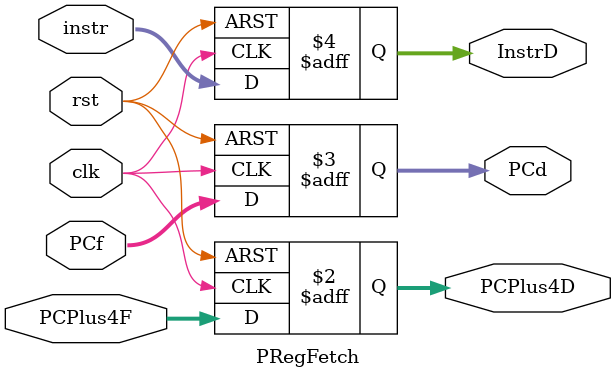
<source format=sv>
module PRegFetch #(
    parameter DATA_WIDTH = 32
) (
    input   logic [DATA_WIDTH-1:0]  instr,
    input   logic [DATA_WIDTH-1:0]  PCf,
    input   logic [DATA_WIDTH-1:0]  PCPlus4F,
    input   logic                   clk,
    //input   logic                   FlushD,
    input   logic                   rst,         // Reset signal
    output  logic [DATA_WIDTH-1:0]  PCPlus4D,
    output  logic [DATA_WIDTH-1:0]  PCd,
    output  logic [DATA_WIDTH-1:0]  InstrD
);

    // Sequential logic for writing and output generation
    always_ff @(posedge clk or posedge rst) begin
        if (rst) begin
            // Reset or flush: Set outputs to default values
            InstrD   <= 32'b0;
            PCd      <= 32'b0;
            PCPlus4D <= 32'b0;
        end /* else if (FlushD) begin 
            InstrD   <= 32'b0;
            PCd      <= 32'b0;
            PCPlus4D <= 32'b0;
        end */ else begin
            // Normal operation: Assign inputs to outputs
            InstrD   <= instr;
            PCd      <= PCf;
            PCPlus4D <= PCPlus4F;
        end
    end

endmodule

</source>
